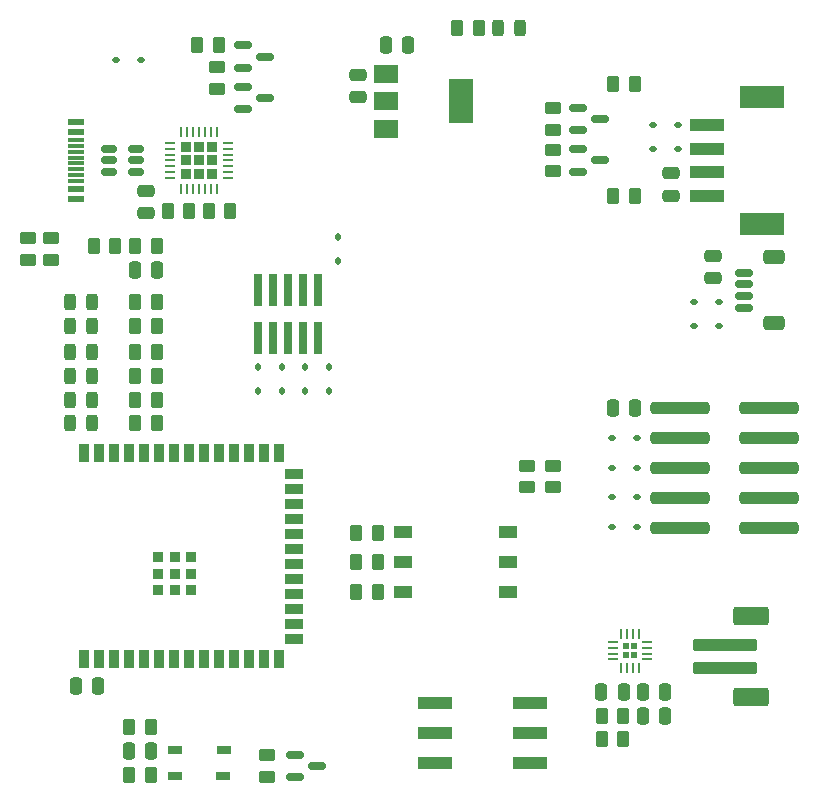
<source format=gbr>
%TF.GenerationSoftware,KiCad,Pcbnew,7.0.1*%
%TF.CreationDate,2023-04-30T16:49:33+02:00*%
%TF.ProjectId,Controller,436f6e74-726f-46c6-9c65-722e6b696361,rev?*%
%TF.SameCoordinates,Original*%
%TF.FileFunction,Paste,Top*%
%TF.FilePolarity,Positive*%
%FSLAX46Y46*%
G04 Gerber Fmt 4.6, Leading zero omitted, Abs format (unit mm)*
G04 Created by KiCad (PCBNEW 7.0.1) date 2023-04-30 16:49:33*
%MOMM*%
%LPD*%
G01*
G04 APERTURE LIST*
G04 Aperture macros list*
%AMRoundRect*
0 Rectangle with rounded corners*
0 $1 Rounding radius*
0 $2 $3 $4 $5 $6 $7 $8 $9 X,Y pos of 4 corners*
0 Add a 4 corners polygon primitive as box body*
4,1,4,$2,$3,$4,$5,$6,$7,$8,$9,$2,$3,0*
0 Add four circle primitives for the rounded corners*
1,1,$1+$1,$2,$3*
1,1,$1+$1,$4,$5*
1,1,$1+$1,$6,$7*
1,1,$1+$1,$8,$9*
0 Add four rect primitives between the rounded corners*
20,1,$1+$1,$2,$3,$4,$5,0*
20,1,$1+$1,$4,$5,$6,$7,0*
20,1,$1+$1,$6,$7,$8,$9,0*
20,1,$1+$1,$8,$9,$2,$3,0*%
G04 Aperture macros list end*
%ADD10R,2.895600X0.990600*%
%ADD11R,3.708400X1.905000*%
%ADD12RoundRect,0.250000X0.262500X0.450000X-0.262500X0.450000X-0.262500X-0.450000X0.262500X-0.450000X0*%
%ADD13RoundRect,0.243750X-0.243750X-0.456250X0.243750X-0.456250X0.243750X0.456250X-0.243750X0.456250X0*%
%ADD14RoundRect,0.112500X-0.112500X0.187500X-0.112500X-0.187500X0.112500X-0.187500X0.112500X0.187500X0*%
%ADD15RoundRect,0.250000X-0.450000X0.262500X-0.450000X-0.262500X0.450000X-0.262500X0.450000X0.262500X0*%
%ADD16R,0.650000X2.770000*%
%ADD17RoundRect,0.250000X-0.250000X-0.475000X0.250000X-0.475000X0.250000X0.475000X-0.250000X0.475000X0*%
%ADD18RoundRect,0.255000X-2.245000X-0.255000X2.245000X-0.255000X2.245000X0.255000X-2.245000X0.255000X0*%
%ADD19RoundRect,0.112500X0.112500X-0.187500X0.112500X0.187500X-0.112500X0.187500X-0.112500X-0.187500X0*%
%ADD20RoundRect,0.112500X0.187500X0.112500X-0.187500X0.112500X-0.187500X-0.112500X0.187500X-0.112500X0*%
%ADD21RoundRect,0.150000X-0.587500X-0.150000X0.587500X-0.150000X0.587500X0.150000X-0.587500X0.150000X0*%
%ADD22RoundRect,0.150000X0.512500X0.150000X-0.512500X0.150000X-0.512500X-0.150000X0.512500X-0.150000X0*%
%ADD23RoundRect,0.250000X-0.262500X-0.450000X0.262500X-0.450000X0.262500X0.450000X-0.262500X0.450000X0*%
%ADD24RoundRect,0.250000X0.450000X-0.262500X0.450000X0.262500X-0.450000X0.262500X-0.450000X-0.262500X0*%
%ADD25R,1.450000X0.600000*%
%ADD26R,1.450000X0.300000*%
%ADD27R,3.000000X1.000000*%
%ADD28RoundRect,0.250000X0.250000X0.475000X-0.250000X0.475000X-0.250000X-0.475000X0.250000X-0.475000X0*%
%ADD29RoundRect,0.250000X0.475000X-0.250000X0.475000X0.250000X-0.475000X0.250000X-0.475000X-0.250000X0*%
%ADD30R,0.900000X1.500000*%
%ADD31R,1.500000X0.900000*%
%ADD32R,0.900000X0.900000*%
%ADD33RoundRect,0.243750X0.243750X0.456250X-0.243750X0.456250X-0.243750X-0.456250X0.243750X-0.456250X0*%
%ADD34RoundRect,0.145000X-0.145000X-0.145000X0.145000X-0.145000X0.145000X0.145000X-0.145000X0.145000X0*%
%ADD35RoundRect,0.062500X-0.375000X-0.062500X0.375000X-0.062500X0.375000X0.062500X-0.375000X0.062500X0*%
%ADD36RoundRect,0.062500X-0.062500X-0.375000X0.062500X-0.375000X0.062500X0.375000X-0.062500X0.375000X0*%
%ADD37RoundRect,0.150000X-0.625000X0.150000X-0.625000X-0.150000X0.625000X-0.150000X0.625000X0.150000X0*%
%ADD38RoundRect,0.250000X-0.650000X0.350000X-0.650000X-0.350000X0.650000X-0.350000X0.650000X0.350000X0*%
%ADD39RoundRect,0.250000X-2.500000X0.250000X-2.500000X-0.250000X2.500000X-0.250000X2.500000X0.250000X0*%
%ADD40RoundRect,0.250000X-1.250000X0.550000X-1.250000X-0.550000X1.250000X-0.550000X1.250000X0.550000X0*%
%ADD41R,1.200000X0.650000*%
%ADD42RoundRect,0.225000X-0.225000X-0.225000X0.225000X-0.225000X0.225000X0.225000X-0.225000X0.225000X0*%
%ADD43RoundRect,0.062500X-0.337500X-0.062500X0.337500X-0.062500X0.337500X0.062500X-0.337500X0.062500X0*%
%ADD44RoundRect,0.062500X-0.062500X-0.337500X0.062500X-0.337500X0.062500X0.337500X-0.062500X0.337500X0*%
%ADD45RoundRect,0.250000X-0.475000X0.250000X-0.475000X-0.250000X0.475000X-0.250000X0.475000X0.250000X0*%
%ADD46R,1.500000X1.100000*%
%ADD47R,2.000000X1.500000*%
%ADD48R,2.000000X3.800000*%
G04 APERTURE END LIST*
D10*
%TO.C,J5*%
X175862599Y-71905001D03*
X175862599Y-73904999D03*
X175862599Y-75905001D03*
X175862599Y-77904999D03*
D11*
X180512600Y-80255001D03*
X180512600Y-69554999D03*
%TD*%
D12*
%TO.C,R11*%
X127417500Y-86905000D03*
X129242500Y-86905000D03*
%TD*%
%TO.C,R19*%
X127417500Y-95155000D03*
X129242500Y-95155000D03*
%TD*%
D13*
%TO.C,D7*%
X121892500Y-95155000D03*
X123767500Y-95155000D03*
%TD*%
D12*
%TO.C,R20*%
X129242500Y-97155000D03*
X127417500Y-97155000D03*
%TD*%
%TO.C,R17*%
X127417500Y-91155000D03*
X129242500Y-91155000D03*
%TD*%
D13*
%TO.C,D8*%
X121892500Y-97155000D03*
X123767500Y-97155000D03*
%TD*%
%TO.C,D5*%
X123767500Y-91155000D03*
X121892500Y-91155000D03*
%TD*%
D12*
%TO.C,R18*%
X127417500Y-93155000D03*
X129242500Y-93155000D03*
%TD*%
D13*
%TO.C,D6*%
X123767500Y-93155000D03*
X121892500Y-93155000D03*
%TD*%
D14*
%TO.C,D12*%
X137830000Y-94455000D03*
X137830000Y-92355000D03*
%TD*%
D15*
%TO.C,R2*%
X120330000Y-81492500D03*
X120330000Y-83317500D03*
%TD*%
D12*
%TO.C,R10*%
X129242500Y-88905000D03*
X127417500Y-88905000D03*
%TD*%
D16*
%TO.C,J2*%
X137790000Y-89920000D03*
X137790000Y-85890000D03*
X139060000Y-89920000D03*
X139060000Y-85890000D03*
X140330000Y-89920000D03*
X140330000Y-85890000D03*
X141600000Y-89920000D03*
X141600000Y-85890000D03*
X142870000Y-89920000D03*
X142870000Y-85890000D03*
%TD*%
D15*
%TO.C,R27*%
X162830000Y-73992500D03*
X162830000Y-75817500D03*
%TD*%
D12*
%TO.C,R14*%
X147942500Y-106405000D03*
X146117500Y-106405000D03*
%TD*%
D17*
%TO.C,C7*%
X170380000Y-121905000D03*
X172280000Y-121905000D03*
%TD*%
D12*
%TO.C,R22*%
X168742500Y-121905000D03*
X166917500Y-121905000D03*
%TD*%
D18*
%TO.C,J4*%
X181130000Y-105985000D03*
X173530000Y-105985000D03*
X181130000Y-103445000D03*
X173530000Y-103445000D03*
X181130000Y-100905000D03*
X173530000Y-100905000D03*
X181130000Y-98365000D03*
X173530000Y-98365000D03*
X181130000Y-95825000D03*
X173530000Y-95825000D03*
%TD*%
D19*
%TO.C,D13*%
X144580000Y-83455000D03*
X144580000Y-81355000D03*
%TD*%
D20*
%TO.C,D21*%
X176880000Y-86905000D03*
X174780000Y-86905000D03*
%TD*%
%TO.C,D20*%
X176880000Y-88905000D03*
X174780000Y-88905000D03*
%TD*%
D21*
%TO.C,Q4*%
X164892500Y-70455000D03*
X164892500Y-72355000D03*
X166767500Y-71405000D03*
%TD*%
D12*
%TO.C,R13*%
X147942500Y-108905000D03*
X146117500Y-108905000D03*
%TD*%
D22*
%TO.C,U2*%
X127467500Y-75855000D03*
X127467500Y-74905000D03*
X127467500Y-73955000D03*
X125192500Y-73955000D03*
X125192500Y-74905000D03*
X125192500Y-75855000D03*
%TD*%
D15*
%TO.C,R26*%
X162830000Y-70492500D03*
X162830000Y-72317500D03*
%TD*%
D23*
%TO.C,R1*%
X156492500Y-63655000D03*
X154667500Y-63655000D03*
%TD*%
D17*
%TO.C,C10*%
X167880000Y-95905000D03*
X169780000Y-95905000D03*
%TD*%
%TO.C,C2*%
X148630000Y-65155000D03*
X150530000Y-65155000D03*
%TD*%
D20*
%TO.C,D16*%
X169880000Y-103405000D03*
X167780000Y-103405000D03*
%TD*%
D21*
%TO.C,Q5*%
X164892500Y-73955000D03*
X164892500Y-75855000D03*
X166767500Y-74905000D03*
%TD*%
D24*
%TO.C,R24*%
X162830000Y-102567500D03*
X162830000Y-100742500D03*
%TD*%
D23*
%TO.C,R7*%
X135492500Y-79155000D03*
X133667500Y-79155000D03*
%TD*%
D25*
%TO.C,J1*%
X122375000Y-71655000D03*
X122375000Y-72455000D03*
D26*
X122375000Y-73655000D03*
X122375000Y-74655000D03*
X122375000Y-75155000D03*
X122375000Y-76155000D03*
D25*
X122375000Y-77355000D03*
X122375000Y-78155000D03*
X122375000Y-78155000D03*
X122375000Y-77355000D03*
D26*
X122375000Y-76655000D03*
X122375000Y-75655000D03*
X122375000Y-74155000D03*
X122375000Y-73155000D03*
D25*
X122375000Y-72455000D03*
X122375000Y-71655000D03*
%TD*%
D27*
%TO.C,SW3*%
X160830000Y-123405000D03*
X152830000Y-123405000D03*
X160830000Y-125945000D03*
X160830000Y-120865000D03*
X152830000Y-120865000D03*
X152830000Y-125945000D03*
%TD*%
D20*
%TO.C,D18*%
X173380000Y-71905000D03*
X171280000Y-71905000D03*
%TD*%
D28*
%TO.C,C6*%
X124280000Y-119405000D03*
X122380000Y-119405000D03*
%TD*%
D23*
%TO.C,R4*%
X131992500Y-79155000D03*
X130167500Y-79155000D03*
%TD*%
D20*
%TO.C,D14*%
X169880000Y-98405000D03*
X167780000Y-98405000D03*
%TD*%
D21*
%TO.C,Q1*%
X136580000Y-68655000D03*
X136580000Y-70555000D03*
X138455000Y-69605000D03*
%TD*%
D17*
%TO.C,C5*%
X126880000Y-124905000D03*
X128780000Y-124905000D03*
%TD*%
D23*
%TO.C,R5*%
X123917500Y-82155000D03*
X125742500Y-82155000D03*
%TD*%
%TO.C,R16*%
X126917500Y-122905000D03*
X128742500Y-122905000D03*
%TD*%
D17*
%TO.C,C9*%
X170380000Y-119905000D03*
X172280000Y-119905000D03*
%TD*%
D13*
%TO.C,D3*%
X121892500Y-88905000D03*
X123767500Y-88905000D03*
%TD*%
D29*
%TO.C,C11*%
X172830000Y-77905000D03*
X172830000Y-76005000D03*
%TD*%
D20*
%TO.C,D19*%
X173380000Y-73905000D03*
X171280000Y-73905000D03*
%TD*%
%TO.C,D1*%
X127880000Y-66405000D03*
X125780000Y-66405000D03*
%TD*%
D12*
%TO.C,R12*%
X147942500Y-111405000D03*
X146117500Y-111405000D03*
%TD*%
D17*
%TO.C,C3*%
X127380000Y-84155000D03*
X129280000Y-84155000D03*
%TD*%
D30*
%TO.C,U4*%
X123070000Y-117155000D03*
X124340000Y-117155000D03*
X125610000Y-117155000D03*
X126880000Y-117155000D03*
X128150000Y-117155000D03*
X129420000Y-117155000D03*
X130690000Y-117155000D03*
X131960000Y-117155000D03*
X133230000Y-117155000D03*
X134500000Y-117155000D03*
X135770000Y-117155000D03*
X137040000Y-117155000D03*
X138310000Y-117155000D03*
X139580000Y-117155000D03*
D31*
X140830000Y-115390000D03*
X140830000Y-114120000D03*
X140830000Y-112850000D03*
X140830000Y-111580000D03*
X140830000Y-110310000D03*
X140830000Y-109040000D03*
X140830000Y-107770000D03*
X140830000Y-106500000D03*
X140830000Y-105230000D03*
X140830000Y-103960000D03*
X140830000Y-102690000D03*
X140830000Y-101420000D03*
D30*
X139580000Y-99655000D03*
X138310000Y-99655000D03*
X137040000Y-99655000D03*
X135770000Y-99655000D03*
X134500000Y-99655000D03*
X133230000Y-99655000D03*
X131960000Y-99655000D03*
X130690000Y-99655000D03*
X129420000Y-99655000D03*
X128150000Y-99655000D03*
X126880000Y-99655000D03*
X125610000Y-99655000D03*
X124340000Y-99655000D03*
X123070000Y-99655000D03*
D32*
X129390000Y-111305000D03*
X130790000Y-111305000D03*
X132190000Y-111305000D03*
X129390000Y-109905000D03*
X130790000Y-109905000D03*
X132190000Y-109905000D03*
X129390000Y-108505000D03*
X130790000Y-108505000D03*
X132190000Y-108505000D03*
%TD*%
D12*
%TO.C,R28*%
X169742500Y-68405000D03*
X167917500Y-68405000D03*
%TD*%
D21*
%TO.C,Q3*%
X140955000Y-125205000D03*
X140955000Y-127105000D03*
X142830000Y-126155000D03*
%TD*%
D23*
%TO.C,R9*%
X132667500Y-65155000D03*
X134492500Y-65155000D03*
%TD*%
D14*
%TO.C,D11*%
X139830000Y-92355000D03*
X139830000Y-94455000D03*
%TD*%
D23*
%TO.C,R6*%
X129242500Y-82155000D03*
X127417500Y-82155000D03*
%TD*%
D12*
%TO.C,R15*%
X128742500Y-126905000D03*
X126917500Y-126905000D03*
%TD*%
D15*
%TO.C,R3*%
X118330000Y-83317500D03*
X118330000Y-81492500D03*
%TD*%
D33*
%TO.C,D2*%
X158142500Y-63655000D03*
X160017500Y-63655000D03*
%TD*%
D24*
%TO.C,R21*%
X138580000Y-127067500D03*
X138580000Y-125242500D03*
%TD*%
D28*
%TO.C,C8*%
X168780000Y-119905000D03*
X166880000Y-119905000D03*
%TD*%
D34*
%TO.C,U5*%
X168970000Y-116045000D03*
X168970000Y-116765000D03*
X169690000Y-116045000D03*
X169690000Y-116765000D03*
D35*
X167892500Y-115655000D03*
X167892500Y-116155000D03*
X167892500Y-116655000D03*
X167892500Y-117155000D03*
D36*
X168580000Y-117842500D03*
X169080000Y-117842500D03*
X169580000Y-117842500D03*
X170080000Y-117842500D03*
D35*
X170767500Y-117155000D03*
X170767500Y-116655000D03*
X170767500Y-116155000D03*
X170767500Y-115655000D03*
D36*
X170080000Y-114967500D03*
X169580000Y-114967500D03*
X169080000Y-114967500D03*
X168580000Y-114967500D03*
%TD*%
D37*
%TO.C,J6*%
X179005000Y-84405000D03*
X179005000Y-85405000D03*
X179005000Y-86405000D03*
X179005000Y-87405000D03*
D38*
X181530000Y-83105000D03*
X181530000Y-88705000D03*
%TD*%
D21*
%TO.C,Q2*%
X136580000Y-65155000D03*
X136580000Y-67055000D03*
X138455000Y-66105000D03*
%TD*%
D12*
%TO.C,R29*%
X169742500Y-77905000D03*
X167917500Y-77905000D03*
%TD*%
D24*
%TO.C,R25*%
X160580000Y-100742500D03*
X160580000Y-102567500D03*
%TD*%
D15*
%TO.C,R8*%
X134330000Y-66992500D03*
X134330000Y-68817500D03*
%TD*%
D39*
%TO.C,J3*%
X177330000Y-115905000D03*
X177330000Y-117905000D03*
D40*
X179580000Y-113505000D03*
X179580000Y-120305000D03*
%TD*%
D41*
%TO.C,SW2*%
X130755000Y-124830000D03*
X134905000Y-124830000D03*
X130755000Y-126980000D03*
X134880000Y-126980000D03*
%TD*%
D20*
%TO.C,D15*%
X169880000Y-100905000D03*
X167780000Y-100905000D03*
%TD*%
%TO.C,D17*%
X169880000Y-105905000D03*
X167780000Y-105905000D03*
%TD*%
D42*
%TO.C,U3*%
X131710000Y-73785000D03*
X131710000Y-74905000D03*
X131710000Y-76025000D03*
X132830000Y-73785000D03*
X132830000Y-74905000D03*
X132830000Y-76025000D03*
X133950000Y-73785000D03*
X133950000Y-74905000D03*
X133950000Y-76025000D03*
D43*
X130380000Y-73405000D03*
X130380000Y-73905000D03*
X130380000Y-74405000D03*
X130380000Y-74905000D03*
X130380000Y-75405000D03*
X130380000Y-75905000D03*
X130380000Y-76405000D03*
D44*
X131330000Y-77355000D03*
X131830000Y-77355000D03*
X132330000Y-77355000D03*
X132830000Y-77355000D03*
X133330000Y-77355000D03*
X133830000Y-77355000D03*
X134330000Y-77355000D03*
D43*
X135280000Y-76405000D03*
X135280000Y-75905000D03*
X135280000Y-75405000D03*
X135280000Y-74905000D03*
X135280000Y-74405000D03*
X135280000Y-73905000D03*
X135280000Y-73405000D03*
D44*
X134330000Y-72455000D03*
X133830000Y-72455000D03*
X133330000Y-72455000D03*
X132830000Y-72455000D03*
X132330000Y-72455000D03*
X131830000Y-72455000D03*
X131330000Y-72455000D03*
%TD*%
D14*
%TO.C,D10*%
X141830000Y-92355000D03*
X141830000Y-94455000D03*
%TD*%
D23*
%TO.C,R23*%
X168742500Y-123905000D03*
X166917500Y-123905000D03*
%TD*%
D45*
%TO.C,C12*%
X176330000Y-84855000D03*
X176330000Y-82955000D03*
%TD*%
D14*
%TO.C,D9*%
X143830000Y-94455000D03*
X143830000Y-92355000D03*
%TD*%
D13*
%TO.C,D4*%
X123767500Y-86905000D03*
X121892500Y-86905000D03*
%TD*%
D29*
%TO.C,C4*%
X128330000Y-79355000D03*
X128330000Y-77455000D03*
%TD*%
D46*
%TO.C,SW1*%
X158980000Y-111445000D03*
X158980000Y-108905000D03*
X158980000Y-106365000D03*
X150080000Y-106365000D03*
X150080000Y-108905000D03*
X150080000Y-111445000D03*
%TD*%
D47*
%TO.C,U1*%
X148680000Y-72205000D03*
D48*
X154980000Y-69905000D03*
D47*
X148680000Y-69905000D03*
X148680000Y-67605000D03*
%TD*%
D45*
%TO.C,C1*%
X146330000Y-69555000D03*
X146330000Y-67655000D03*
%TD*%
M02*

</source>
